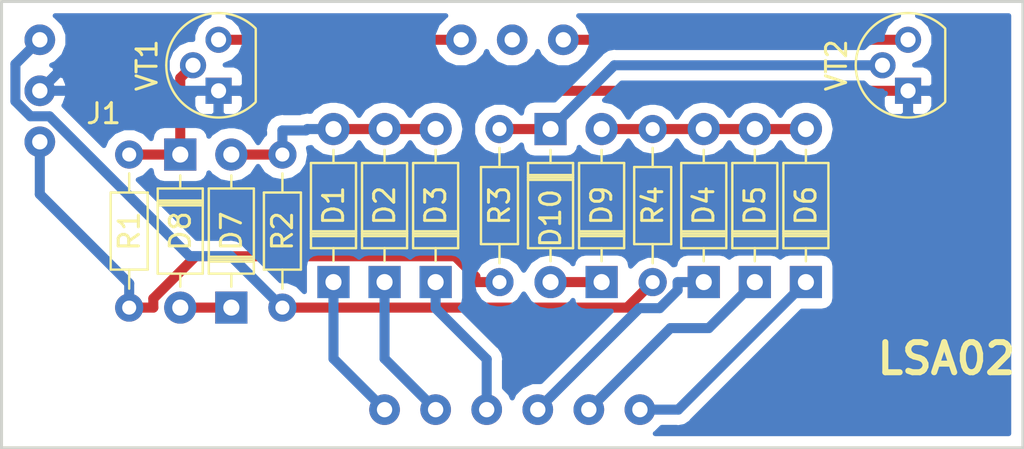
<source format=kicad_pcb>
(kicad_pcb (version 20171130) (host pcbnew "(5.0.0)")

  (general
    (thickness 1.6)
    (drawings 5)
    (tracks 59)
    (zones 0)
    (modules 17)
    (nets 19)
  )

  (page A4)
  (layers
    (0 F.Cu signal)
    (31 B.Cu signal)
    (32 B.Adhes user hide)
    (33 F.Adhes user hide)
    (34 B.Paste user hide)
    (35 F.Paste user hide)
    (36 B.SilkS user)
    (37 F.SilkS user)
    (38 B.Mask user)
    (39 F.Mask user)
    (40 Dwgs.User user hide)
    (41 Cmts.User user hide)
    (42 Eco1.User user hide)
    (43 Eco2.User user hide)
    (44 Edge.Cuts user)
    (45 Margin user)
    (46 B.CrtYd user)
    (47 F.CrtYd user)
    (48 B.Fab user hide)
    (49 F.Fab user hide)
  )

  (setup
    (last_trace_width 0.5)
    (trace_clearance 0.2)
    (zone_clearance 0.508)
    (zone_45_only no)
    (trace_min 0.2)
    (segment_width 0.2)
    (edge_width 0.15)
    (via_size 0.8)
    (via_drill 0.4)
    (via_min_size 0.4)
    (via_min_drill 0.3)
    (uvia_size 0.3)
    (uvia_drill 0.1)
    (uvias_allowed no)
    (uvia_min_size 0.2)
    (uvia_min_drill 0.1)
    (pcb_text_width 0.3)
    (pcb_text_size 1.5 1.5)
    (mod_edge_width 0.15)
    (mod_text_size 1 1)
    (mod_text_width 0.15)
    (pad_size 1.524 1.524)
    (pad_drill 0.762)
    (pad_to_mask_clearance 0.2)
    (aux_axis_origin 0 0)
    (grid_origin 95.25 57.15)
    (visible_elements 7FFDFF7F)
    (pcbplotparams
      (layerselection 0x010fc_ffffffff)
      (usegerberextensions false)
      (usegerberattributes false)
      (usegerberadvancedattributes false)
      (creategerberjobfile false)
      (excludeedgelayer true)
      (linewidth 0.100000)
      (plotframeref false)
      (viasonmask false)
      (mode 1)
      (useauxorigin false)
      (hpglpennumber 1)
      (hpglpenspeed 20)
      (hpglpendiameter 15.000000)
      (psnegative false)
      (psa4output false)
      (plotreference true)
      (plotvalue true)
      (plotinvisibletext false)
      (padsonsilk false)
      (subtractmaskfromsilk false)
      (outputformat 1)
      (mirror false)
      (drillshape 0)
      (scaleselection 1)
      (outputdirectory "Gerber/"))
  )

  (net 0 "")
  (net 1 "Net-(D1-Pad2)")
  (net 2 1)
  (net 3 2)
  (net 4 3)
  (net 5 4)
  (net 6 5)
  (net 7 "Net-(D7-Pad1)")
  (net 8 "Net-(D8-Pad1)")
  (net 9 "Net-(D10-Pad2)")
  (net 10 "Net-(D10-Pad1)")
  (net 11 13)
  (net 12 11)
  (net 13 +6v)
  (net 14 0v)
  (net 15 -6v)
  (net 16 "Net-(D4-Pad2)")
  (net 17 6)
  (net 18 12)

  (net_class Default "This is the default net class."
    (clearance 0.2)
    (trace_width 0.5)
    (via_dia 0.8)
    (via_drill 0.4)
    (uvia_dia 0.3)
    (uvia_drill 0.1)
    (add_net +6v)
    (add_net -6v)
    (add_net 0v)
    (add_net 1)
    (add_net 11)
    (add_net 12)
    (add_net 13)
    (add_net 2)
    (add_net 3)
    (add_net 4)
    (add_net 5)
    (add_net 6)
    (add_net "Net-(D1-Pad2)")
    (add_net "Net-(D10-Pad1)")
    (add_net "Net-(D10-Pad2)")
    (add_net "Net-(D4-Pad2)")
    (add_net "Net-(D7-Pad1)")
    (add_net "Net-(D8-Pad1)")
  )

  (module ELLIOTT:D_DO-35_SOD27_P7.62mm_Horizontal (layer F.Cu) (tedit 5B9AA396) (tstamp 5B9A9577)
    (at 111.76 52.07 90)
    (descr "Diode, DO-35_SOD27 series, Axial, Horizontal, pin pitch=7.62mm, , length*diameter=4*2mm^2, , http://www.diodes.com/_files/packages/DO-35.pdf")
    (tags "Diode DO-35_SOD27 series Axial Horizontal pin pitch 7.62mm  length 4mm diameter 2mm")
    (path /5B96A028)
    (fp_text reference D1 (at 3.81 0 90) (layer F.SilkS)
      (effects (font (size 1 1) (thickness 0.15)))
    )
    (fp_text value 1N4148 (at 3.81 2.12 90) (layer F.Fab)
      (effects (font (size 1 1) (thickness 0.15)))
    )
    (fp_line (start 2.41 -1) (end 2.41 1) (layer F.Fab) (width 0.1))
    (fp_line (start 2.51 -1) (end 2.51 1) (layer F.Fab) (width 0.1))
    (fp_line (start 2.31 -1) (end 2.31 1) (layer F.Fab) (width 0.1))
    (fp_line (start 1.69 -1.12) (end 1.69 1.12) (layer F.SilkS) (width 0.12))
    (fp_line (start 1.69 1.12) (end 5.93 1.12) (layer F.SilkS) (width 0.12))
    (fp_line (start 5.93 1.12) (end 5.93 -1.12) (layer F.SilkS) (width 0.12))
    (fp_line (start 5.93 -1.12) (end 1.69 -1.12) (layer F.SilkS) (width 0.12))
    (fp_line (start 1.04 0) (end 1.69 0) (layer F.SilkS) (width 0.12))
    (fp_line (start 6.58 0) (end 5.93 0) (layer F.SilkS) (width 0.12))
    (fp_line (start 2.41 -1.12) (end 2.41 1.12) (layer F.SilkS) (width 0.12))
    (fp_line (start 2.53 -1.12) (end 2.53 1.12) (layer F.SilkS) (width 0.12))
    (fp_line (start 2.29 -1.12) (end 2.29 1.12) (layer F.SilkS) (width 0.12))
    (fp_line (start -1.05 -1.25) (end -1.05 1.25) (layer F.CrtYd) (width 0.05))
    (fp_line (start -1.05 1.25) (end 8.67 1.25) (layer F.CrtYd) (width 0.05))
    (fp_line (start 8.67 1.25) (end 8.67 -1.25) (layer F.CrtYd) (width 0.05))
    (fp_line (start 8.67 -1.25) (end -1.05 -1.25) (layer F.CrtYd) (width 0.05))
    (pad 1 thru_hole rect (at 0 0 90) (size 1.6 1.6) (drill 0.8) (layers *.Cu *.Mask)
      (net 2 1))
    (pad 2 thru_hole oval (at 7.62 0 90) (size 1.6 1.6) (drill 0.8) (layers *.Cu *.Mask)
      (net 1 "Net-(D1-Pad2)"))
    (model ${KISYS3DMOD}/Diode_THT.3dshapes/D_DO-35_SOD27_P7.62mm_Horizontal.wrl
      (at (xyz 0 0 0))
      (scale (xyz 1 1 1))
      (rotate (xyz 0 0 0))
    )
  )

  (module ELLIOTT:D_DO-35_SOD27_P7.62mm_Horizontal (layer F.Cu) (tedit 5B9AA396) (tstamp 5B9A9595)
    (at 114.3 52.07 90)
    (descr "Diode, DO-35_SOD27 series, Axial, Horizontal, pin pitch=7.62mm, , length*diameter=4*2mm^2, , http://www.diodes.com/_files/packages/DO-35.pdf")
    (tags "Diode DO-35_SOD27 series Axial Horizontal pin pitch 7.62mm  length 4mm diameter 2mm")
    (path /5B96A061)
    (fp_text reference D2 (at 3.81 0 90) (layer F.SilkS)
      (effects (font (size 1 1) (thickness 0.15)))
    )
    (fp_text value 1N4148 (at 3.81 2.12 90) (layer F.Fab)
      (effects (font (size 1 1) (thickness 0.15)))
    )
    (fp_line (start 2.41 -1) (end 2.41 1) (layer F.Fab) (width 0.1))
    (fp_line (start 2.51 -1) (end 2.51 1) (layer F.Fab) (width 0.1))
    (fp_line (start 2.31 -1) (end 2.31 1) (layer F.Fab) (width 0.1))
    (fp_line (start 1.69 -1.12) (end 1.69 1.12) (layer F.SilkS) (width 0.12))
    (fp_line (start 1.69 1.12) (end 5.93 1.12) (layer F.SilkS) (width 0.12))
    (fp_line (start 5.93 1.12) (end 5.93 -1.12) (layer F.SilkS) (width 0.12))
    (fp_line (start 5.93 -1.12) (end 1.69 -1.12) (layer F.SilkS) (width 0.12))
    (fp_line (start 1.04 0) (end 1.69 0) (layer F.SilkS) (width 0.12))
    (fp_line (start 6.58 0) (end 5.93 0) (layer F.SilkS) (width 0.12))
    (fp_line (start 2.41 -1.12) (end 2.41 1.12) (layer F.SilkS) (width 0.12))
    (fp_line (start 2.53 -1.12) (end 2.53 1.12) (layer F.SilkS) (width 0.12))
    (fp_line (start 2.29 -1.12) (end 2.29 1.12) (layer F.SilkS) (width 0.12))
    (fp_line (start -1.05 -1.25) (end -1.05 1.25) (layer F.CrtYd) (width 0.05))
    (fp_line (start -1.05 1.25) (end 8.67 1.25) (layer F.CrtYd) (width 0.05))
    (fp_line (start 8.67 1.25) (end 8.67 -1.25) (layer F.CrtYd) (width 0.05))
    (fp_line (start 8.67 -1.25) (end -1.05 -1.25) (layer F.CrtYd) (width 0.05))
    (pad 1 thru_hole rect (at 0 0 90) (size 1.6 1.6) (drill 0.8) (layers *.Cu *.Mask)
      (net 3 2))
    (pad 2 thru_hole oval (at 7.62 0 90) (size 1.6 1.6) (drill 0.8) (layers *.Cu *.Mask)
      (net 1 "Net-(D1-Pad2)"))
    (model ${KISYS3DMOD}/Diode_THT.3dshapes/D_DO-35_SOD27_P7.62mm_Horizontal.wrl
      (at (xyz 0 0 0))
      (scale (xyz 1 1 1))
      (rotate (xyz 0 0 0))
    )
  )

  (module ELLIOTT:D_DO-35_SOD27_P7.62mm_Horizontal (layer F.Cu) (tedit 5B9AA396) (tstamp 5B9A95B3)
    (at 116.84 52.07 90)
    (descr "Diode, DO-35_SOD27 series, Axial, Horizontal, pin pitch=7.62mm, , length*diameter=4*2mm^2, , http://www.diodes.com/_files/packages/DO-35.pdf")
    (tags "Diode DO-35_SOD27 series Axial Horizontal pin pitch 7.62mm  length 4mm diameter 2mm")
    (path /5B9B0126)
    (fp_text reference D3 (at 3.81 0 90) (layer F.SilkS)
      (effects (font (size 1 1) (thickness 0.15)))
    )
    (fp_text value 1N4148 (at 3.81 2.12 90) (layer F.Fab)
      (effects (font (size 1 1) (thickness 0.15)))
    )
    (fp_line (start 2.41 -1) (end 2.41 1) (layer F.Fab) (width 0.1))
    (fp_line (start 2.51 -1) (end 2.51 1) (layer F.Fab) (width 0.1))
    (fp_line (start 2.31 -1) (end 2.31 1) (layer F.Fab) (width 0.1))
    (fp_line (start 1.69 -1.12) (end 1.69 1.12) (layer F.SilkS) (width 0.12))
    (fp_line (start 1.69 1.12) (end 5.93 1.12) (layer F.SilkS) (width 0.12))
    (fp_line (start 5.93 1.12) (end 5.93 -1.12) (layer F.SilkS) (width 0.12))
    (fp_line (start 5.93 -1.12) (end 1.69 -1.12) (layer F.SilkS) (width 0.12))
    (fp_line (start 1.04 0) (end 1.69 0) (layer F.SilkS) (width 0.12))
    (fp_line (start 6.58 0) (end 5.93 0) (layer F.SilkS) (width 0.12))
    (fp_line (start 2.41 -1.12) (end 2.41 1.12) (layer F.SilkS) (width 0.12))
    (fp_line (start 2.53 -1.12) (end 2.53 1.12) (layer F.SilkS) (width 0.12))
    (fp_line (start 2.29 -1.12) (end 2.29 1.12) (layer F.SilkS) (width 0.12))
    (fp_line (start -1.05 -1.25) (end -1.05 1.25) (layer F.CrtYd) (width 0.05))
    (fp_line (start -1.05 1.25) (end 8.67 1.25) (layer F.CrtYd) (width 0.05))
    (fp_line (start 8.67 1.25) (end 8.67 -1.25) (layer F.CrtYd) (width 0.05))
    (fp_line (start 8.67 -1.25) (end -1.05 -1.25) (layer F.CrtYd) (width 0.05))
    (pad 1 thru_hole rect (at 0 0 90) (size 1.6 1.6) (drill 0.8) (layers *.Cu *.Mask)
      (net 4 3))
    (pad 2 thru_hole oval (at 7.62 0 90) (size 1.6 1.6) (drill 0.8) (layers *.Cu *.Mask)
      (net 1 "Net-(D1-Pad2)"))
    (model ${KISYS3DMOD}/Diode_THT.3dshapes/D_DO-35_SOD27_P7.62mm_Horizontal.wrl
      (at (xyz 0 0 0))
      (scale (xyz 1 1 1))
      (rotate (xyz 0 0 0))
    )
  )

  (module ELLIOTT:D_DO-35_SOD27_P7.62mm_Horizontal (layer F.Cu) (tedit 5B9AA396) (tstamp 5B9AA01E)
    (at 130.175 52.07 90)
    (descr "Diode, DO-35_SOD27 series, Axial, Horizontal, pin pitch=7.62mm, , length*diameter=4*2mm^2, , http://www.diodes.com/_files/packages/DO-35.pdf")
    (tags "Diode DO-35_SOD27 series Axial Horizontal pin pitch 7.62mm  length 4mm diameter 2mm")
    (path /5B96AD4B)
    (fp_text reference D4 (at 3.81 0 90) (layer F.SilkS)
      (effects (font (size 1 1) (thickness 0.15)))
    )
    (fp_text value 1N4148 (at 3.81 2.12 90) (layer F.Fab)
      (effects (font (size 1 1) (thickness 0.15)))
    )
    (fp_line (start 2.41 -1) (end 2.41 1) (layer F.Fab) (width 0.1))
    (fp_line (start 2.51 -1) (end 2.51 1) (layer F.Fab) (width 0.1))
    (fp_line (start 2.31 -1) (end 2.31 1) (layer F.Fab) (width 0.1))
    (fp_line (start 1.69 -1.12) (end 1.69 1.12) (layer F.SilkS) (width 0.12))
    (fp_line (start 1.69 1.12) (end 5.93 1.12) (layer F.SilkS) (width 0.12))
    (fp_line (start 5.93 1.12) (end 5.93 -1.12) (layer F.SilkS) (width 0.12))
    (fp_line (start 5.93 -1.12) (end 1.69 -1.12) (layer F.SilkS) (width 0.12))
    (fp_line (start 1.04 0) (end 1.69 0) (layer F.SilkS) (width 0.12))
    (fp_line (start 6.58 0) (end 5.93 0) (layer F.SilkS) (width 0.12))
    (fp_line (start 2.41 -1.12) (end 2.41 1.12) (layer F.SilkS) (width 0.12))
    (fp_line (start 2.53 -1.12) (end 2.53 1.12) (layer F.SilkS) (width 0.12))
    (fp_line (start 2.29 -1.12) (end 2.29 1.12) (layer F.SilkS) (width 0.12))
    (fp_line (start -1.05 -1.25) (end -1.05 1.25) (layer F.CrtYd) (width 0.05))
    (fp_line (start -1.05 1.25) (end 8.67 1.25) (layer F.CrtYd) (width 0.05))
    (fp_line (start 8.67 1.25) (end 8.67 -1.25) (layer F.CrtYd) (width 0.05))
    (fp_line (start 8.67 -1.25) (end -1.05 -1.25) (layer F.CrtYd) (width 0.05))
    (pad 1 thru_hole rect (at 0 0 90) (size 1.6 1.6) (drill 0.8) (layers *.Cu *.Mask)
      (net 5 4))
    (pad 2 thru_hole oval (at 7.62 0 90) (size 1.6 1.6) (drill 0.8) (layers *.Cu *.Mask)
      (net 16 "Net-(D4-Pad2)"))
    (model ${KISYS3DMOD}/Diode_THT.3dshapes/D_DO-35_SOD27_P7.62mm_Horizontal.wrl
      (at (xyz 0 0 0))
      (scale (xyz 1 1 1))
      (rotate (xyz 0 0 0))
    )
  )

  (module ELLIOTT:D_DO-35_SOD27_P7.62mm_Horizontal (layer F.Cu) (tedit 5B9AA396) (tstamp 5B9A95EF)
    (at 132.715 52.07 90)
    (descr "Diode, DO-35_SOD27 series, Axial, Horizontal, pin pitch=7.62mm, , length*diameter=4*2mm^2, , http://www.diodes.com/_files/packages/DO-35.pdf")
    (tags "Diode DO-35_SOD27 series Axial Horizontal pin pitch 7.62mm  length 4mm diameter 2mm")
    (path /5B96AD51)
    (fp_text reference D5 (at 3.81 0 90) (layer F.SilkS)
      (effects (font (size 1 1) (thickness 0.15)))
    )
    (fp_text value 1N4148 (at 3.81 2.12 90) (layer F.Fab)
      (effects (font (size 1 1) (thickness 0.15)))
    )
    (fp_line (start 2.41 -1) (end 2.41 1) (layer F.Fab) (width 0.1))
    (fp_line (start 2.51 -1) (end 2.51 1) (layer F.Fab) (width 0.1))
    (fp_line (start 2.31 -1) (end 2.31 1) (layer F.Fab) (width 0.1))
    (fp_line (start 1.69 -1.12) (end 1.69 1.12) (layer F.SilkS) (width 0.12))
    (fp_line (start 1.69 1.12) (end 5.93 1.12) (layer F.SilkS) (width 0.12))
    (fp_line (start 5.93 1.12) (end 5.93 -1.12) (layer F.SilkS) (width 0.12))
    (fp_line (start 5.93 -1.12) (end 1.69 -1.12) (layer F.SilkS) (width 0.12))
    (fp_line (start 1.04 0) (end 1.69 0) (layer F.SilkS) (width 0.12))
    (fp_line (start 6.58 0) (end 5.93 0) (layer F.SilkS) (width 0.12))
    (fp_line (start 2.41 -1.12) (end 2.41 1.12) (layer F.SilkS) (width 0.12))
    (fp_line (start 2.53 -1.12) (end 2.53 1.12) (layer F.SilkS) (width 0.12))
    (fp_line (start 2.29 -1.12) (end 2.29 1.12) (layer F.SilkS) (width 0.12))
    (fp_line (start -1.05 -1.25) (end -1.05 1.25) (layer F.CrtYd) (width 0.05))
    (fp_line (start -1.05 1.25) (end 8.67 1.25) (layer F.CrtYd) (width 0.05))
    (fp_line (start 8.67 1.25) (end 8.67 -1.25) (layer F.CrtYd) (width 0.05))
    (fp_line (start 8.67 -1.25) (end -1.05 -1.25) (layer F.CrtYd) (width 0.05))
    (pad 1 thru_hole rect (at 0 0 90) (size 1.6 1.6) (drill 0.8) (layers *.Cu *.Mask)
      (net 6 5))
    (pad 2 thru_hole oval (at 7.62 0 90) (size 1.6 1.6) (drill 0.8) (layers *.Cu *.Mask)
      (net 16 "Net-(D4-Pad2)"))
    (model ${KISYS3DMOD}/Diode_THT.3dshapes/D_DO-35_SOD27_P7.62mm_Horizontal.wrl
      (at (xyz 0 0 0))
      (scale (xyz 1 1 1))
      (rotate (xyz 0 0 0))
    )
  )

  (module ELLIOTT:D_DO-35_SOD27_P7.62mm_Horizontal (layer F.Cu) (tedit 5B9AA396) (tstamp 5B9A960D)
    (at 135.255 52.07 90)
    (descr "Diode, DO-35_SOD27 series, Axial, Horizontal, pin pitch=7.62mm, , length*diameter=4*2mm^2, , http://www.diodes.com/_files/packages/DO-35.pdf")
    (tags "Diode DO-35_SOD27 series Axial Horizontal pin pitch 7.62mm  length 4mm diameter 2mm")
    (path /5B9B022A)
    (fp_text reference D6 (at 3.81 0 90) (layer F.SilkS)
      (effects (font (size 1 1) (thickness 0.15)))
    )
    (fp_text value 1N4148 (at 3.81 2.12 90) (layer F.Fab)
      (effects (font (size 1 1) (thickness 0.15)))
    )
    (fp_line (start 2.41 -1) (end 2.41 1) (layer F.Fab) (width 0.1))
    (fp_line (start 2.51 -1) (end 2.51 1) (layer F.Fab) (width 0.1))
    (fp_line (start 2.31 -1) (end 2.31 1) (layer F.Fab) (width 0.1))
    (fp_line (start 1.69 -1.12) (end 1.69 1.12) (layer F.SilkS) (width 0.12))
    (fp_line (start 1.69 1.12) (end 5.93 1.12) (layer F.SilkS) (width 0.12))
    (fp_line (start 5.93 1.12) (end 5.93 -1.12) (layer F.SilkS) (width 0.12))
    (fp_line (start 5.93 -1.12) (end 1.69 -1.12) (layer F.SilkS) (width 0.12))
    (fp_line (start 1.04 0) (end 1.69 0) (layer F.SilkS) (width 0.12))
    (fp_line (start 6.58 0) (end 5.93 0) (layer F.SilkS) (width 0.12))
    (fp_line (start 2.41 -1.12) (end 2.41 1.12) (layer F.SilkS) (width 0.12))
    (fp_line (start 2.53 -1.12) (end 2.53 1.12) (layer F.SilkS) (width 0.12))
    (fp_line (start 2.29 -1.12) (end 2.29 1.12) (layer F.SilkS) (width 0.12))
    (fp_line (start -1.05 -1.25) (end -1.05 1.25) (layer F.CrtYd) (width 0.05))
    (fp_line (start -1.05 1.25) (end 8.67 1.25) (layer F.CrtYd) (width 0.05))
    (fp_line (start 8.67 1.25) (end 8.67 -1.25) (layer F.CrtYd) (width 0.05))
    (fp_line (start 8.67 -1.25) (end -1.05 -1.25) (layer F.CrtYd) (width 0.05))
    (pad 1 thru_hole rect (at 0 0 90) (size 1.6 1.6) (drill 0.8) (layers *.Cu *.Mask)
      (net 17 6))
    (pad 2 thru_hole oval (at 7.62 0 90) (size 1.6 1.6) (drill 0.8) (layers *.Cu *.Mask)
      (net 16 "Net-(D4-Pad2)"))
    (model ${KISYS3DMOD}/Diode_THT.3dshapes/D_DO-35_SOD27_P7.62mm_Horizontal.wrl
      (at (xyz 0 0 0))
      (scale (xyz 1 1 1))
      (rotate (xyz 0 0 0))
    )
  )

  (module ELLIOTT:D_DO-35_SOD27_P7.62mm_Horizontal (layer F.Cu) (tedit 5B9AA396) (tstamp 5B9A962B)
    (at 106.68 53.34 90)
    (descr "Diode, DO-35_SOD27 series, Axial, Horizontal, pin pitch=7.62mm, , length*diameter=4*2mm^2, , http://www.diodes.com/_files/packages/DO-35.pdf")
    (tags "Diode DO-35_SOD27 series Axial Horizontal pin pitch 7.62mm  length 4mm diameter 2mm")
    (path /5B96A1C7)
    (fp_text reference D7 (at 3.81 0 90) (layer F.SilkS)
      (effects (font (size 1 1) (thickness 0.15)))
    )
    (fp_text value 1N4148 (at 3.81 2.12 90) (layer F.Fab)
      (effects (font (size 1 1) (thickness 0.15)))
    )
    (fp_line (start 2.41 -1) (end 2.41 1) (layer F.Fab) (width 0.1))
    (fp_line (start 2.51 -1) (end 2.51 1) (layer F.Fab) (width 0.1))
    (fp_line (start 2.31 -1) (end 2.31 1) (layer F.Fab) (width 0.1))
    (fp_line (start 1.69 -1.12) (end 1.69 1.12) (layer F.SilkS) (width 0.12))
    (fp_line (start 1.69 1.12) (end 5.93 1.12) (layer F.SilkS) (width 0.12))
    (fp_line (start 5.93 1.12) (end 5.93 -1.12) (layer F.SilkS) (width 0.12))
    (fp_line (start 5.93 -1.12) (end 1.69 -1.12) (layer F.SilkS) (width 0.12))
    (fp_line (start 1.04 0) (end 1.69 0) (layer F.SilkS) (width 0.12))
    (fp_line (start 6.58 0) (end 5.93 0) (layer F.SilkS) (width 0.12))
    (fp_line (start 2.41 -1.12) (end 2.41 1.12) (layer F.SilkS) (width 0.12))
    (fp_line (start 2.53 -1.12) (end 2.53 1.12) (layer F.SilkS) (width 0.12))
    (fp_line (start 2.29 -1.12) (end 2.29 1.12) (layer F.SilkS) (width 0.12))
    (fp_line (start -1.05 -1.25) (end -1.05 1.25) (layer F.CrtYd) (width 0.05))
    (fp_line (start -1.05 1.25) (end 8.67 1.25) (layer F.CrtYd) (width 0.05))
    (fp_line (start 8.67 1.25) (end 8.67 -1.25) (layer F.CrtYd) (width 0.05))
    (fp_line (start 8.67 -1.25) (end -1.05 -1.25) (layer F.CrtYd) (width 0.05))
    (pad 1 thru_hole rect (at 0 0 90) (size 1.6 1.6) (drill 0.8) (layers *.Cu *.Mask)
      (net 7 "Net-(D7-Pad1)"))
    (pad 2 thru_hole oval (at 7.62 0 90) (size 1.6 1.6) (drill 0.8) (layers *.Cu *.Mask)
      (net 1 "Net-(D1-Pad2)"))
    (model ${KISYS3DMOD}/Diode_THT.3dshapes/D_DO-35_SOD27_P7.62mm_Horizontal.wrl
      (at (xyz 0 0 0))
      (scale (xyz 1 1 1))
      (rotate (xyz 0 0 0))
    )
  )

  (module ELLIOTT:D_DO-35_SOD27_P7.62mm_Horizontal (layer F.Cu) (tedit 5B9AA396) (tstamp 5B9A9649)
    (at 104.14 45.72 270)
    (descr "Diode, DO-35_SOD27 series, Axial, Horizontal, pin pitch=7.62mm, , length*diameter=4*2mm^2, , http://www.diodes.com/_files/packages/DO-35.pdf")
    (tags "Diode DO-35_SOD27 series Axial Horizontal pin pitch 7.62mm  length 4mm diameter 2mm")
    (path /5B96A1FD)
    (fp_text reference D8 (at 3.81 0 270) (layer F.SilkS)
      (effects (font (size 1 1) (thickness 0.15)))
    )
    (fp_text value 1N4148 (at 3.81 2.12 270) (layer F.Fab)
      (effects (font (size 1 1) (thickness 0.15)))
    )
    (fp_line (start 2.41 -1) (end 2.41 1) (layer F.Fab) (width 0.1))
    (fp_line (start 2.51 -1) (end 2.51 1) (layer F.Fab) (width 0.1))
    (fp_line (start 2.31 -1) (end 2.31 1) (layer F.Fab) (width 0.1))
    (fp_line (start 1.69 -1.12) (end 1.69 1.12) (layer F.SilkS) (width 0.12))
    (fp_line (start 1.69 1.12) (end 5.93 1.12) (layer F.SilkS) (width 0.12))
    (fp_line (start 5.93 1.12) (end 5.93 -1.12) (layer F.SilkS) (width 0.12))
    (fp_line (start 5.93 -1.12) (end 1.69 -1.12) (layer F.SilkS) (width 0.12))
    (fp_line (start 1.04 0) (end 1.69 0) (layer F.SilkS) (width 0.12))
    (fp_line (start 6.58 0) (end 5.93 0) (layer F.SilkS) (width 0.12))
    (fp_line (start 2.41 -1.12) (end 2.41 1.12) (layer F.SilkS) (width 0.12))
    (fp_line (start 2.53 -1.12) (end 2.53 1.12) (layer F.SilkS) (width 0.12))
    (fp_line (start 2.29 -1.12) (end 2.29 1.12) (layer F.SilkS) (width 0.12))
    (fp_line (start -1.05 -1.25) (end -1.05 1.25) (layer F.CrtYd) (width 0.05))
    (fp_line (start -1.05 1.25) (end 8.67 1.25) (layer F.CrtYd) (width 0.05))
    (fp_line (start 8.67 1.25) (end 8.67 -1.25) (layer F.CrtYd) (width 0.05))
    (fp_line (start 8.67 -1.25) (end -1.05 -1.25) (layer F.CrtYd) (width 0.05))
    (pad 1 thru_hole rect (at 0 0 270) (size 1.6 1.6) (drill 0.8) (layers *.Cu *.Mask)
      (net 8 "Net-(D8-Pad1)"))
    (pad 2 thru_hole oval (at 7.62 0 270) (size 1.6 1.6) (drill 0.8) (layers *.Cu *.Mask)
      (net 7 "Net-(D7-Pad1)"))
    (model ${KISYS3DMOD}/Diode_THT.3dshapes/D_DO-35_SOD27_P7.62mm_Horizontal.wrl
      (at (xyz 0 0 0))
      (scale (xyz 1 1 1))
      (rotate (xyz 0 0 0))
    )
  )

  (module ELLIOTT:D_DO-35_SOD27_P7.62mm_Horizontal (layer F.Cu) (tedit 5B9AA396) (tstamp 5B9A9667)
    (at 125.095 52.07 90)
    (descr "Diode, DO-35_SOD27 series, Axial, Horizontal, pin pitch=7.62mm, , length*diameter=4*2mm^2, , http://www.diodes.com/_files/packages/DO-35.pdf")
    (tags "Diode DO-35_SOD27 series Axial Horizontal pin pitch 7.62mm  length 4mm diameter 2mm")
    (path /5B96AD63)
    (fp_text reference D9 (at 3.81 0 90) (layer F.SilkS)
      (effects (font (size 1 1) (thickness 0.15)))
    )
    (fp_text value 1N4148 (at 3.81 2.12 90) (layer F.Fab)
      (effects (font (size 1 1) (thickness 0.15)))
    )
    (fp_line (start 2.41 -1) (end 2.41 1) (layer F.Fab) (width 0.1))
    (fp_line (start 2.51 -1) (end 2.51 1) (layer F.Fab) (width 0.1))
    (fp_line (start 2.31 -1) (end 2.31 1) (layer F.Fab) (width 0.1))
    (fp_line (start 1.69 -1.12) (end 1.69 1.12) (layer F.SilkS) (width 0.12))
    (fp_line (start 1.69 1.12) (end 5.93 1.12) (layer F.SilkS) (width 0.12))
    (fp_line (start 5.93 1.12) (end 5.93 -1.12) (layer F.SilkS) (width 0.12))
    (fp_line (start 5.93 -1.12) (end 1.69 -1.12) (layer F.SilkS) (width 0.12))
    (fp_line (start 1.04 0) (end 1.69 0) (layer F.SilkS) (width 0.12))
    (fp_line (start 6.58 0) (end 5.93 0) (layer F.SilkS) (width 0.12))
    (fp_line (start 2.41 -1.12) (end 2.41 1.12) (layer F.SilkS) (width 0.12))
    (fp_line (start 2.53 -1.12) (end 2.53 1.12) (layer F.SilkS) (width 0.12))
    (fp_line (start 2.29 -1.12) (end 2.29 1.12) (layer F.SilkS) (width 0.12))
    (fp_line (start -1.05 -1.25) (end -1.05 1.25) (layer F.CrtYd) (width 0.05))
    (fp_line (start -1.05 1.25) (end 8.67 1.25) (layer F.CrtYd) (width 0.05))
    (fp_line (start 8.67 1.25) (end 8.67 -1.25) (layer F.CrtYd) (width 0.05))
    (fp_line (start 8.67 -1.25) (end -1.05 -1.25) (layer F.CrtYd) (width 0.05))
    (pad 1 thru_hole rect (at 0 0 90) (size 1.6 1.6) (drill 0.8) (layers *.Cu *.Mask)
      (net 9 "Net-(D10-Pad2)"))
    (pad 2 thru_hole oval (at 7.62 0 90) (size 1.6 1.6) (drill 0.8) (layers *.Cu *.Mask)
      (net 16 "Net-(D4-Pad2)"))
    (model ${KISYS3DMOD}/Diode_THT.3dshapes/D_DO-35_SOD27_P7.62mm_Horizontal.wrl
      (at (xyz 0 0 0))
      (scale (xyz 1 1 1))
      (rotate (xyz 0 0 0))
    )
  )

  (module ELLIOTT:D_DO-35_SOD27_P7.62mm_Horizontal (layer F.Cu) (tedit 5B9AA396) (tstamp 5B9A9685)
    (at 122.555 44.45 270)
    (descr "Diode, DO-35_SOD27 series, Axial, Horizontal, pin pitch=7.62mm, , length*diameter=4*2mm^2, , http://www.diodes.com/_files/packages/DO-35.pdf")
    (tags "Diode DO-35_SOD27 series Axial Horizontal pin pitch 7.62mm  length 4mm diameter 2mm")
    (path /5B96AD69)
    (fp_text reference D10 (at 4.445 0 270) (layer F.SilkS)
      (effects (font (size 1 1) (thickness 0.15)))
    )
    (fp_text value 1N4148 (at 3.81 2.12 270) (layer F.Fab)
      (effects (font (size 1 1) (thickness 0.15)))
    )
    (fp_line (start 2.41 -1) (end 2.41 1) (layer F.Fab) (width 0.1))
    (fp_line (start 2.51 -1) (end 2.51 1) (layer F.Fab) (width 0.1))
    (fp_line (start 2.31 -1) (end 2.31 1) (layer F.Fab) (width 0.1))
    (fp_line (start 1.69 -1.12) (end 1.69 1.12) (layer F.SilkS) (width 0.12))
    (fp_line (start 1.69 1.12) (end 5.93 1.12) (layer F.SilkS) (width 0.12))
    (fp_line (start 5.93 1.12) (end 5.93 -1.12) (layer F.SilkS) (width 0.12))
    (fp_line (start 5.93 -1.12) (end 1.69 -1.12) (layer F.SilkS) (width 0.12))
    (fp_line (start 1.04 0) (end 1.69 0) (layer F.SilkS) (width 0.12))
    (fp_line (start 6.58 0) (end 5.93 0) (layer F.SilkS) (width 0.12))
    (fp_line (start 2.41 -1.12) (end 2.41 1.12) (layer F.SilkS) (width 0.12))
    (fp_line (start 2.53 -1.12) (end 2.53 1.12) (layer F.SilkS) (width 0.12))
    (fp_line (start 2.29 -1.12) (end 2.29 1.12) (layer F.SilkS) (width 0.12))
    (fp_line (start -1.05 -1.25) (end -1.05 1.25) (layer F.CrtYd) (width 0.05))
    (fp_line (start -1.05 1.25) (end 8.67 1.25) (layer F.CrtYd) (width 0.05))
    (fp_line (start 8.67 1.25) (end 8.67 -1.25) (layer F.CrtYd) (width 0.05))
    (fp_line (start 8.67 -1.25) (end -1.05 -1.25) (layer F.CrtYd) (width 0.05))
    (pad 1 thru_hole rect (at 0 0 270) (size 1.6 1.6) (drill 0.8) (layers *.Cu *.Mask)
      (net 10 "Net-(D10-Pad1)"))
    (pad 2 thru_hole oval (at 7.62 0 270) (size 1.6 1.6) (drill 0.8) (layers *.Cu *.Mask)
      (net 9 "Net-(D10-Pad2)"))
    (model ${KISYS3DMOD}/Diode_THT.3dshapes/D_DO-35_SOD27_P7.62mm_Horizontal.wrl
      (at (xyz 0 0 0))
      (scale (xyz 1 1 1))
      (rotate (xyz 0 0 0))
    )
  )

  (module ELLIOTT:R_Axial_DIN0204_L3.6mm_D1.6mm_P7.62mm_Horizontal (layer F.Cu) (tedit 5B9AA3EA) (tstamp 5B9A9724)
    (at 101.6 45.72 270)
    (descr "Resistor, Axial_DIN0204 series, Axial, Horizontal, pin pitch=7.62mm, 0.167W, length*diameter=3.6*1.6mm^2, http://cdn-reichelt.de/documents/datenblatt/B400/1_4W%23YAG.pdf")
    (tags "Resistor Axial_DIN0204 series Axial Horizontal pin pitch 7.62mm 0.167W length 3.6mm diameter 1.6mm")
    (path /5B96A17E)
    (fp_text reference R1 (at 3.81 0 270) (layer F.SilkS)
      (effects (font (size 1 1) (thickness 0.15)))
    )
    (fp_text value 22k (at 3.81 1.92 270) (layer F.Fab)
      (effects (font (size 1 1) (thickness 0.15)))
    )
    (fp_line (start 1.89 -0.92) (end 1.89 0.92) (layer F.SilkS) (width 0.12))
    (fp_line (start 1.89 0.92) (end 5.73 0.92) (layer F.SilkS) (width 0.12))
    (fp_line (start 5.73 0.92) (end 5.73 -0.92) (layer F.SilkS) (width 0.12))
    (fp_line (start 5.73 -0.92) (end 1.89 -0.92) (layer F.SilkS) (width 0.12))
    (fp_line (start 0.94 0) (end 1.89 0) (layer F.SilkS) (width 0.12))
    (fp_line (start 6.68 0) (end 5.73 0) (layer F.SilkS) (width 0.12))
    (fp_line (start -1.05 -1.25) (end -1.05 1.25) (layer F.CrtYd) (width 0.05))
    (fp_line (start -1.05 1.25) (end 8.67 1.25) (layer F.CrtYd) (width 0.05))
    (fp_line (start 8.67 1.25) (end 8.67 -1.25) (layer F.CrtYd) (width 0.05))
    (fp_line (start 8.67 -1.25) (end -1.05 -1.25) (layer F.CrtYd) (width 0.05))
    (pad 1 thru_hole circle (at 0 0 270) (size 1.4 1.4) (drill 0.7) (layers *.Cu *.Mask)
      (net 8 "Net-(D8-Pad1)"))
    (pad 2 thru_hole oval (at 7.62 0 270) (size 1.4 1.4) (drill 0.7) (layers *.Cu *.Mask)
      (net 15 -6v))
    (model ${KISYS3DMOD}/Resistor_THT.3dshapes/R_Axial_DIN0204_L3.6mm_D1.6mm_P7.62mm_Horizontal.wrl
      (at (xyz 0 0 0))
      (scale (xyz 1 1 1))
      (rotate (xyz 0 0 0))
    )
  )

  (module ELLIOTT:R_Axial_DIN0204_L3.6mm_D1.6mm_P7.62mm_Horizontal (layer F.Cu) (tedit 5B9AA3EA) (tstamp 5B9A973A)
    (at 109.22 53.34 90)
    (descr "Resistor, Axial_DIN0204 series, Axial, Horizontal, pin pitch=7.62mm, 0.167W, length*diameter=3.6*1.6mm^2, http://cdn-reichelt.de/documents/datenblatt/B400/1_4W%23YAG.pdf")
    (tags "Resistor Axial_DIN0204 series Axial Horizontal pin pitch 7.62mm 0.167W length 3.6mm diameter 1.6mm")
    (path /5B96A14D)
    (fp_text reference R2 (at 3.81 0 90) (layer F.SilkS)
      (effects (font (size 1 1) (thickness 0.15)))
    )
    (fp_text value 2.2k (at 3.81 1.92 90) (layer F.Fab)
      (effects (font (size 1 1) (thickness 0.15)))
    )
    (fp_line (start 1.89 -0.92) (end 1.89 0.92) (layer F.SilkS) (width 0.12))
    (fp_line (start 1.89 0.92) (end 5.73 0.92) (layer F.SilkS) (width 0.12))
    (fp_line (start 5.73 0.92) (end 5.73 -0.92) (layer F.SilkS) (width 0.12))
    (fp_line (start 5.73 -0.92) (end 1.89 -0.92) (layer F.SilkS) (width 0.12))
    (fp_line (start 0.94 0) (end 1.89 0) (layer F.SilkS) (width 0.12))
    (fp_line (start 6.68 0) (end 5.73 0) (layer F.SilkS) (width 0.12))
    (fp_line (start -1.05 -1.25) (end -1.05 1.25) (layer F.CrtYd) (width 0.05))
    (fp_line (start -1.05 1.25) (end 8.67 1.25) (layer F.CrtYd) (width 0.05))
    (fp_line (start 8.67 1.25) (end 8.67 -1.25) (layer F.CrtYd) (width 0.05))
    (fp_line (start 8.67 -1.25) (end -1.05 -1.25) (layer F.CrtYd) (width 0.05))
    (pad 1 thru_hole circle (at 0 0 90) (size 1.4 1.4) (drill 0.7) (layers *.Cu *.Mask)
      (net 13 +6v))
    (pad 2 thru_hole oval (at 7.62 0 90) (size 1.4 1.4) (drill 0.7) (layers *.Cu *.Mask)
      (net 1 "Net-(D1-Pad2)"))
    (model ${KISYS3DMOD}/Resistor_THT.3dshapes/R_Axial_DIN0204_L3.6mm_D1.6mm_P7.62mm_Horizontal.wrl
      (at (xyz 0 0 0))
      (scale (xyz 1 1 1))
      (rotate (xyz 0 0 0))
    )
  )

  (module ELLIOTT:R_Axial_DIN0204_L3.6mm_D1.6mm_P7.62mm_Horizontal (layer F.Cu) (tedit 5B9AA3EA) (tstamp 5B9A9750)
    (at 120.015 44.45 270)
    (descr "Resistor, Axial_DIN0204 series, Axial, Horizontal, pin pitch=7.62mm, 0.167W, length*diameter=3.6*1.6mm^2, http://cdn-reichelt.de/documents/datenblatt/B400/1_4W%23YAG.pdf")
    (tags "Resistor Axial_DIN0204 series Axial Horizontal pin pitch 7.62mm 0.167W length 3.6mm diameter 1.6mm")
    (path /5B96AD5D)
    (fp_text reference R3 (at 3.81 0 270) (layer F.SilkS)
      (effects (font (size 1 1) (thickness 0.15)))
    )
    (fp_text value 22k (at 3.81 1.92 270) (layer F.Fab)
      (effects (font (size 1 1) (thickness 0.15)))
    )
    (fp_line (start 1.89 -0.92) (end 1.89 0.92) (layer F.SilkS) (width 0.12))
    (fp_line (start 1.89 0.92) (end 5.73 0.92) (layer F.SilkS) (width 0.12))
    (fp_line (start 5.73 0.92) (end 5.73 -0.92) (layer F.SilkS) (width 0.12))
    (fp_line (start 5.73 -0.92) (end 1.89 -0.92) (layer F.SilkS) (width 0.12))
    (fp_line (start 0.94 0) (end 1.89 0) (layer F.SilkS) (width 0.12))
    (fp_line (start 6.68 0) (end 5.73 0) (layer F.SilkS) (width 0.12))
    (fp_line (start -1.05 -1.25) (end -1.05 1.25) (layer F.CrtYd) (width 0.05))
    (fp_line (start -1.05 1.25) (end 8.67 1.25) (layer F.CrtYd) (width 0.05))
    (fp_line (start 8.67 1.25) (end 8.67 -1.25) (layer F.CrtYd) (width 0.05))
    (fp_line (start 8.67 -1.25) (end -1.05 -1.25) (layer F.CrtYd) (width 0.05))
    (pad 1 thru_hole circle (at 0 0 270) (size 1.4 1.4) (drill 0.7) (layers *.Cu *.Mask)
      (net 10 "Net-(D10-Pad1)"))
    (pad 2 thru_hole oval (at 7.62 0 270) (size 1.4 1.4) (drill 0.7) (layers *.Cu *.Mask)
      (net 15 -6v))
    (model ${KISYS3DMOD}/Resistor_THT.3dshapes/R_Axial_DIN0204_L3.6mm_D1.6mm_P7.62mm_Horizontal.wrl
      (at (xyz 0 0 0))
      (scale (xyz 1 1 1))
      (rotate (xyz 0 0 0))
    )
  )

  (module ELLIOTT:R_Axial_DIN0204_L3.6mm_D1.6mm_P7.62mm_Horizontal (layer F.Cu) (tedit 5B9AA3EA) (tstamp 5B9A9766)
    (at 127.635 52.07 90)
    (descr "Resistor, Axial_DIN0204 series, Axial, Horizontal, pin pitch=7.62mm, 0.167W, length*diameter=3.6*1.6mm^2, http://cdn-reichelt.de/documents/datenblatt/B400/1_4W%23YAG.pdf")
    (tags "Resistor Axial_DIN0204 series Axial Horizontal pin pitch 7.62mm 0.167W length 3.6mm diameter 1.6mm")
    (path /5B96AD57)
    (fp_text reference R4 (at 3.81 0 90) (layer F.SilkS)
      (effects (font (size 1 1) (thickness 0.15)))
    )
    (fp_text value 2.2k (at 3.81 1.92 90) (layer F.Fab)
      (effects (font (size 1 1) (thickness 0.15)))
    )
    (fp_line (start 1.89 -0.92) (end 1.89 0.92) (layer F.SilkS) (width 0.12))
    (fp_line (start 1.89 0.92) (end 5.73 0.92) (layer F.SilkS) (width 0.12))
    (fp_line (start 5.73 0.92) (end 5.73 -0.92) (layer F.SilkS) (width 0.12))
    (fp_line (start 5.73 -0.92) (end 1.89 -0.92) (layer F.SilkS) (width 0.12))
    (fp_line (start 0.94 0) (end 1.89 0) (layer F.SilkS) (width 0.12))
    (fp_line (start 6.68 0) (end 5.73 0) (layer F.SilkS) (width 0.12))
    (fp_line (start -1.05 -1.25) (end -1.05 1.25) (layer F.CrtYd) (width 0.05))
    (fp_line (start -1.05 1.25) (end 8.67 1.25) (layer F.CrtYd) (width 0.05))
    (fp_line (start 8.67 1.25) (end 8.67 -1.25) (layer F.CrtYd) (width 0.05))
    (fp_line (start 8.67 -1.25) (end -1.05 -1.25) (layer F.CrtYd) (width 0.05))
    (pad 1 thru_hole circle (at 0 0 90) (size 1.4 1.4) (drill 0.7) (layers *.Cu *.Mask)
      (net 13 +6v))
    (pad 2 thru_hole oval (at 7.62 0 90) (size 1.4 1.4) (drill 0.7) (layers *.Cu *.Mask)
      (net 16 "Net-(D4-Pad2)"))
    (model ${KISYS3DMOD}/Resistor_THT.3dshapes/R_Axial_DIN0204_L3.6mm_D1.6mm_P7.62mm_Horizontal.wrl
      (at (xyz 0 0 0))
      (scale (xyz 1 1 1))
      (rotate (xyz 0 0 0))
    )
  )

  (module ELLIOTT:TO-92 (layer F.Cu) (tedit 5A279852) (tstamp 5B9A97A8)
    (at 106.045 42.545 90)
    (descr "TO-92 leads molded, narrow, drill 0.75mm (see NXP sot054_po.pdf)")
    (tags "to-92 sc-43 sc-43a sot54 PA33 transistor")
    (path /5B96A271)
    (fp_text reference VT1 (at 1.27 -3.56 90) (layer F.SilkS)
      (effects (font (size 1 1) (thickness 0.15)))
    )
    (fp_text value BC (at 1.27 2.79 90) (layer F.Fab)
      (effects (font (size 1 1) (thickness 0.15)))
    )
    (fp_text user %R (at 1.27 -3.56 90) (layer F.Fab)
      (effects (font (size 1 1) (thickness 0.15)))
    )
    (fp_line (start -0.53 1.85) (end 3.07 1.85) (layer F.SilkS) (width 0.12))
    (fp_line (start -0.5 1.75) (end 3 1.75) (layer F.Fab) (width 0.1))
    (fp_line (start -1.46 -2.73) (end 4 -2.73) (layer F.CrtYd) (width 0.05))
    (fp_line (start -1.46 -2.73) (end -1.46 2.01) (layer F.CrtYd) (width 0.05))
    (fp_line (start 4 2.01) (end 4 -2.73) (layer F.CrtYd) (width 0.05))
    (fp_line (start 4 2.01) (end -1.46 2.01) (layer F.CrtYd) (width 0.05))
    (fp_arc (start 1.27 0) (end 1.27 -2.48) (angle 135) (layer F.Fab) (width 0.1))
    (fp_arc (start 1.27 0) (end 1.27 -2.6) (angle -135) (layer F.SilkS) (width 0.12))
    (fp_arc (start 1.27 0) (end 1.27 -2.48) (angle -135) (layer F.Fab) (width 0.1))
    (fp_arc (start 1.27 0) (end 1.27 -2.6) (angle 135) (layer F.SilkS) (width 0.12))
    (pad 2 thru_hole circle (at 1.27 -1.27 180) (size 1.3 1.3) (drill 0.75) (layers *.Cu *.Mask)
      (net 8 "Net-(D8-Pad1)"))
    (pad 3 thru_hole circle (at 2.54 0 180) (size 1.3 1.3) (drill 0.75) (layers *.Cu *.Mask)
      (net 12 11))
    (pad 1 thru_hole rect (at 0 0 180) (size 1.3 1.3) (drill 0.75) (layers *.Cu *.Mask)
      (net 14 0v))
    (model ${KISYS3DMOD}/Package_TO_SOT_THT.3dshapes/TO-92.wrl
      (at (xyz 0 0 0))
      (scale (xyz 1 1 1))
      (rotate (xyz 0 0 0))
    )
  )

  (module ELLIOTT:TO-92 (layer F.Cu) (tedit 5A279852) (tstamp 5B9A97B9)
    (at 140.335 42.545 90)
    (descr "TO-92 leads molded, narrow, drill 0.75mm (see NXP sot054_po.pdf)")
    (tags "to-92 sc-43 sc-43a sot54 PA33 transistor")
    (path /5B96AD6F)
    (fp_text reference VT2 (at 1.27 -3.56 90) (layer F.SilkS)
      (effects (font (size 1 1) (thickness 0.15)))
    )
    (fp_text value BC (at 1.27 2.79 90) (layer F.Fab)
      (effects (font (size 1 1) (thickness 0.15)))
    )
    (fp_text user %R (at 1.27 -3.56 90) (layer F.Fab)
      (effects (font (size 1 1) (thickness 0.15)))
    )
    (fp_line (start -0.53 1.85) (end 3.07 1.85) (layer F.SilkS) (width 0.12))
    (fp_line (start -0.5 1.75) (end 3 1.75) (layer F.Fab) (width 0.1))
    (fp_line (start -1.46 -2.73) (end 4 -2.73) (layer F.CrtYd) (width 0.05))
    (fp_line (start -1.46 -2.73) (end -1.46 2.01) (layer F.CrtYd) (width 0.05))
    (fp_line (start 4 2.01) (end 4 -2.73) (layer F.CrtYd) (width 0.05))
    (fp_line (start 4 2.01) (end -1.46 2.01) (layer F.CrtYd) (width 0.05))
    (fp_arc (start 1.27 0) (end 1.27 -2.48) (angle 135) (layer F.Fab) (width 0.1))
    (fp_arc (start 1.27 0) (end 1.27 -2.6) (angle -135) (layer F.SilkS) (width 0.12))
    (fp_arc (start 1.27 0) (end 1.27 -2.48) (angle -135) (layer F.Fab) (width 0.1))
    (fp_arc (start 1.27 0) (end 1.27 -2.6) (angle 135) (layer F.SilkS) (width 0.12))
    (pad 2 thru_hole circle (at 1.27 -1.27 180) (size 1.3 1.3) (drill 0.75) (layers *.Cu *.Mask)
      (net 10 "Net-(D10-Pad1)"))
    (pad 3 thru_hole circle (at 2.54 0 180) (size 1.3 1.3) (drill 0.75) (layers *.Cu *.Mask)
      (net 11 13))
    (pad 1 thru_hole rect (at 0 0 180) (size 1.3 1.3) (drill 0.75) (layers *.Cu *.Mask)
      (net 14 0v))
    (model ${KISYS3DMOD}/Package_TO_SOT_THT.3dshapes/TO-92.wrl
      (at (xyz 0 0 0))
      (scale (xyz 1 1 1))
      (rotate (xyz 0 0 0))
    )
  )

  (module ELLIOTT:LSA (layer F.Cu) (tedit 5C2F96A4) (tstamp 5C31EDFB)
    (at 100.33 43.18)
    (path /5C3202F0)
    (fp_text reference J1 (at 0 0.5) (layer F.SilkS)
      (effects (font (size 1 1) (thickness 0.15)))
    )
    (fp_text value LSAConnect (at 0 -0.5) (layer F.Fab)
      (effects (font (size 1 1) (thickness 0.15)))
    )
    (fp_line (start -5.08 -5.08) (end 45.72 -5.08) (layer F.SilkS) (width 0.15))
    (fp_line (start 45.72 -5.08) (end 45.72 17.145) (layer F.SilkS) (width 0.15))
    (fp_line (start 45.72 17.145) (end -5.08 17.145) (layer F.SilkS) (width 0.15))
    (fp_line (start -5.08 17.145) (end -5.08 -5.08) (layer F.SilkS) (width 0.15))
    (pad 21 thru_hole circle (at -3.175 -3.175) (size 1.524 1.524) (drill 0.762) (layers *.Cu *.Mask)
      (net 13 +6v))
    (pad 22 thru_hole circle (at -3.175 -0.635) (size 1.524 1.524) (drill 0.762) (layers *.Cu *.Mask)
      (net 14 0v))
    (pad 23 thru_hole circle (at -3.175 1.905) (size 1.524 1.524) (drill 0.762) (layers *.Cu *.Mask)
      (net 15 -6v))
    (pad 1 thru_hole circle (at 13.97 15.24) (size 1.524 1.524) (drill 0.762) (layers *.Cu *.Mask)
      (net 2 1))
    (pad 2 thru_hole circle (at 16.51 15.24) (size 1.524 1.524) (drill 0.762) (layers *.Cu *.Mask)
      (net 3 2))
    (pad 3 thru_hole circle (at 19.05 15.24) (size 1.524 1.524) (drill 0.762) (layers *.Cu *.Mask)
      (net 4 3))
    (pad 4 thru_hole circle (at 21.59 15.24) (size 1.524 1.524) (drill 0.762) (layers *.Cu *.Mask)
      (net 5 4))
    (pad 5 thru_hole circle (at 24.13 15.24) (size 1.524 1.524) (drill 0.762) (layers *.Cu *.Mask)
      (net 6 5))
    (pad 6 thru_hole circle (at 26.67 15.24) (size 1.524 1.524) (drill 0.762) (layers *.Cu *.Mask)
      (net 17 6))
    (pad 11 thru_hole circle (at 17.78 -3.175) (size 1.524 1.524) (drill 0.762) (layers *.Cu *.Mask)
      (net 12 11))
    (pad 12 thru_hole circle (at 20.32 -3.175) (size 1.524 1.524) (drill 0.762) (layers *.Cu *.Mask)
      (net 18 12))
    (pad 13 thru_hole circle (at 22.86 -3.175) (size 1.524 1.524) (drill 0.762) (layers *.Cu *.Mask)
      (net 11 13))
  )

  (gr_text LSA02 (at 142.24 55.88) (layer F.SilkS)
    (effects (font (size 1.5 1.5) (thickness 0.3)))
  )
  (gr_line (start 146.05 60.325) (end 146.05 38.1) (layer Edge.Cuts) (width 0.15))
  (gr_line (start 95.25 60.325) (end 146.05 60.325) (layer Edge.Cuts) (width 0.15))
  (gr_line (start 95.25 38.1) (end 95.25 60.325) (layer Edge.Cuts) (width 0.15))
  (gr_line (start 95.25 38.1) (end 146.05 38.1) (layer Edge.Cuts) (width 0.15))

  (segment (start 114.3 44.45) (end 111.76 44.45) (width 0.5) (layer F.Cu) (net 1))
  (segment (start 116.84 44.45) (end 114.3 44.45) (width 0.5) (layer F.Cu) (net 1))
  (segment (start 109.22 45.72) (end 109.22 44.52) (width 0.5) (layer B.Cu) (net 1))
  (segment (start 111.76 44.45) (end 110.46 44.45) (width 0.5) (layer B.Cu) (net 1))
  (segment (start 109.22 44.52) (end 110.39 44.52) (width 0.5) (layer B.Cu) (net 1))
  (segment (start 110.39 44.52) (end 110.46 44.45) (width 0.5) (layer B.Cu) (net 1))
  (segment (start 109.22 45.72) (end 106.68 45.72) (width 0.5) (layer F.Cu) (net 1))
  (segment (start 114.3 58.42) (end 111.76 55.88) (width 0.5) (layer B.Cu) (net 2))
  (segment (start 111.76 55.88) (end 111.76 52.07) (width 0.5) (layer B.Cu) (net 2))
  (segment (start 116.84 58.42) (end 114.3 55.88) (width 0.5) (layer B.Cu) (net 3))
  (segment (start 114.3 55.88) (end 114.3 52.07) (width 0.5) (layer B.Cu) (net 3))
  (segment (start 116.84 52.07) (end 116.84 53.37) (width 0.5) (layer B.Cu) (net 4))
  (segment (start 119.38 58.42) (end 119.38 55.91) (width 0.5) (layer B.Cu) (net 4))
  (segment (start 119.38 55.91) (end 116.84 53.37) (width 0.5) (layer B.Cu) (net 4))
  (segment (start 130.175 52.07) (end 128.875 52.07) (width 0.5) (layer B.Cu) (net 5))
  (segment (start 121.92 58.42) (end 126.97 53.37) (width 0.5) (layer B.Cu) (net 5))
  (segment (start 126.97 53.37) (end 127.9813 53.37) (width 0.5) (layer B.Cu) (net 5))
  (segment (start 127.9813 53.37) (end 128.875 52.4763) (width 0.5) (layer B.Cu) (net 5))
  (segment (start 128.875 52.4763) (end 128.875 52.07) (width 0.5) (layer B.Cu) (net 5))
  (segment (start 124.46 58.42) (end 128.5176 54.3624) (width 0.5) (layer B.Cu) (net 6))
  (segment (start 128.5176 54.3624) (end 130.4226 54.3624) (width 0.5) (layer B.Cu) (net 6))
  (segment (start 130.4226 54.3624) (end 132.715 52.07) (width 0.5) (layer B.Cu) (net 6))
  (segment (start 104.14 53.34) (end 106.68 53.34) (width 0.5) (layer F.Cu) (net 7))
  (segment (start 104.775 41.275) (end 104.14 41.91) (width 0.5) (layer F.Cu) (net 8))
  (segment (start 104.14 41.91) (end 104.14 45.72) (width 0.5) (layer F.Cu) (net 8))
  (segment (start 101.6 45.72) (end 104.14 45.72) (width 0.5) (layer F.Cu) (net 8))
  (segment (start 122.555 52.07) (end 125.095 52.07) (width 0.5) (layer F.Cu) (net 9))
  (segment (start 120.015 44.45) (end 122.555 44.45) (width 0.5) (layer F.Cu) (net 10))
  (segment (start 139.065 41.275) (end 125.73 41.275) (width 0.5) (layer B.Cu) (net 10))
  (segment (start 125.73 41.275) (end 122.555 44.45) (width 0.5) (layer B.Cu) (net 10))
  (segment (start 123.19 40.005) (end 140.335 40.005) (width 0.5) (layer F.Cu) (net 11))
  (segment (start 118.11 40.005) (end 106.045 40.005) (width 0.5) (layer F.Cu) (net 12))
  (segment (start 127.635 52.07) (end 126.365 53.34) (width 0.5) (layer F.Cu) (net 13))
  (segment (start 126.365 53.34) (end 109.22 53.34) (width 0.5) (layer F.Cu) (net 13))
  (segment (start 97.155 40.005) (end 95.9412 41.2188) (width 0.5) (layer B.Cu) (net 13))
  (segment (start 95.9412 41.2188) (end 95.9412 43.0645) (width 0.5) (layer B.Cu) (net 13))
  (segment (start 95.9412 43.0645) (end 96.6917 43.815) (width 0.5) (layer B.Cu) (net 13))
  (segment (start 96.6917 43.815) (end 97.6344 43.815) (width 0.5) (layer B.Cu) (net 13))
  (segment (start 97.6344 43.815) (end 104.5962 50.7768) (width 0.5) (layer B.Cu) (net 13))
  (segment (start 104.5962 50.7768) (end 106.6568 50.7768) (width 0.5) (layer B.Cu) (net 13))
  (segment (start 106.6568 50.7768) (end 109.22 53.34) (width 0.5) (layer B.Cu) (net 13))
  (segment (start 140.335 42.545) (end 106.045 42.545) (width 0.5) (layer F.Cu) (net 14))
  (segment (start 97.155 42.545) (end 106.045 42.545) (width 0.5) (layer B.Cu) (net 14))
  (segment (start 120.015 52.07) (end 118.815 52.07) (width 0.5) (layer F.Cu) (net 15))
  (segment (start 101.6 53.34) (end 102.8 53.34) (width 0.5) (layer F.Cu) (net 15))
  (segment (start 102.8 53.34) (end 102.8 52.89) (width 0.5) (layer F.Cu) (net 15))
  (segment (start 102.8 52.89) (end 104.9048 50.7852) (width 0.5) (layer F.Cu) (net 15))
  (segment (start 104.9048 50.7852) (end 117.8099 50.7852) (width 0.5) (layer F.Cu) (net 15))
  (segment (start 117.8099 50.7852) (end 118.815 51.7903) (width 0.5) (layer F.Cu) (net 15))
  (segment (start 118.815 51.7903) (end 118.815 52.07) (width 0.5) (layer F.Cu) (net 15))
  (segment (start 101.6 53.34) (end 101.6 52.14) (width 0.5) (layer B.Cu) (net 15))
  (segment (start 97.155 45.085) (end 97.155 47.695) (width 0.5) (layer B.Cu) (net 15))
  (segment (start 97.155 47.695) (end 101.6 52.14) (width 0.5) (layer B.Cu) (net 15))
  (segment (start 132.715 44.45) (end 130.175 44.45) (width 0.5) (layer F.Cu) (net 16))
  (segment (start 135.255 44.45) (end 132.715 44.45) (width 0.5) (layer F.Cu) (net 16))
  (segment (start 127.635 44.45) (end 130.175 44.45) (width 0.5) (layer F.Cu) (net 16))
  (segment (start 125.095 44.45) (end 127.635 44.45) (width 0.5) (layer F.Cu) (net 16))
  (segment (start 127 58.42) (end 128.905 58.42) (width 0.5) (layer B.Cu) (net 17))
  (segment (start 128.905 58.42) (end 135.255 52.07) (width 0.5) (layer B.Cu) (net 17))

  (zone (net 14) (net_name 0v) (layer B.Cu) (tstamp 5C40AB68) (hatch edge 0.508)
    (connect_pads (clearance 0.508))
    (min_thickness 0.254)
    (fill yes (arc_segments 16) (thermal_gap 0.508) (thermal_bridge_width 0.508))
    (polygon
      (pts
        (xy 95.3135 38.227) (xy 145.9865 38.1) (xy 145.923 60.2615) (xy 95.25 60.325)
      )
    )
    (filled_polygon
      (pts
        (xy 105.317106 38.915629) (xy 104.955629 39.277106) (xy 104.76 39.749398) (xy 104.76 39.99) (xy 104.519398 39.99)
        (xy 104.047106 40.185629) (xy 103.685629 40.547106) (xy 103.49 41.019398) (xy 103.49 41.530602) (xy 103.685629 42.002894)
        (xy 104.047106 42.364371) (xy 104.519398 42.56) (xy 104.76 42.56) (xy 104.76 42.672002) (xy 104.918748 42.672002)
        (xy 104.76 42.83075) (xy 104.76 43.32131) (xy 104.856673 43.554699) (xy 105.035302 43.733327) (xy 105.268691 43.83)
        (xy 105.75925 43.83) (xy 105.918 43.67125) (xy 105.918 42.672) (xy 106.172 42.672) (xy 106.172 43.67125)
        (xy 106.33075 43.83) (xy 106.821309 43.83) (xy 107.054698 43.733327) (xy 107.233327 43.554699) (xy 107.33 43.32131)
        (xy 107.33 42.83075) (xy 107.17125 42.672) (xy 106.172 42.672) (xy 105.918 42.672) (xy 105.898 42.672)
        (xy 105.898 42.418) (xy 105.918 42.418) (xy 105.918 42.398) (xy 106.172 42.398) (xy 106.172 42.418)
        (xy 107.17125 42.418) (xy 107.33 42.25925) (xy 107.33 41.76869) (xy 107.233327 41.535301) (xy 107.054698 41.356673)
        (xy 106.821309 41.26) (xy 106.373029 41.26) (xy 106.772894 41.094371) (xy 107.134371 40.732894) (xy 107.33 40.260602)
        (xy 107.33 39.749398) (xy 107.134371 39.277106) (xy 106.772894 38.915629) (xy 106.517882 38.81) (xy 117.344447 38.81)
        (xy 117.318663 38.82068) (xy 116.92568 39.213663) (xy 116.713 39.727119) (xy 116.713 40.282881) (xy 116.92568 40.796337)
        (xy 117.318663 41.18932) (xy 117.832119 41.402) (xy 118.387881 41.402) (xy 118.901337 41.18932) (xy 119.29432 40.796337)
        (xy 119.38 40.589487) (xy 119.46568 40.796337) (xy 119.858663 41.18932) (xy 120.372119 41.402) (xy 120.927881 41.402)
        (xy 121.441337 41.18932) (xy 121.83432 40.796337) (xy 121.92 40.589487) (xy 122.00568 40.796337) (xy 122.398663 41.18932)
        (xy 122.912119 41.402) (xy 123.467881 41.402) (xy 123.981337 41.18932) (xy 124.37432 40.796337) (xy 124.587 40.282881)
        (xy 124.587 39.727119) (xy 124.37432 39.213663) (xy 123.981337 38.82068) (xy 123.955553 38.81) (xy 139.862118 38.81)
        (xy 139.607106 38.915629) (xy 139.245629 39.277106) (xy 139.05 39.749398) (xy 139.05 39.99) (xy 138.809398 39.99)
        (xy 138.337106 40.185629) (xy 138.132735 40.39) (xy 125.817159 40.39) (xy 125.729999 40.372663) (xy 125.64284 40.39)
        (xy 125.642835 40.39) (xy 125.38469 40.441348) (xy 125.226413 40.547106) (xy 125.165845 40.587576) (xy 125.165844 40.587577)
        (xy 125.091951 40.636951) (xy 125.042577 40.710844) (xy 122.750862 43.00256) (xy 121.755 43.00256) (xy 121.507235 43.051843)
        (xy 121.297191 43.192191) (xy 121.156843 43.402235) (xy 121.10756 43.65) (xy 121.10756 43.654585) (xy 120.771217 43.318242)
        (xy 120.280548 43.115) (xy 119.749452 43.115) (xy 119.258783 43.318242) (xy 118.883242 43.693783) (xy 118.68 44.184452)
        (xy 118.68 44.715548) (xy 118.883242 45.206217) (xy 119.258783 45.581758) (xy 119.749452 45.785) (xy 120.280548 45.785)
        (xy 120.771217 45.581758) (xy 121.10756 45.245415) (xy 121.10756 45.25) (xy 121.156843 45.497765) (xy 121.297191 45.707809)
        (xy 121.507235 45.848157) (xy 121.755 45.89744) (xy 123.355 45.89744) (xy 123.602765 45.848157) (xy 123.812809 45.707809)
        (xy 123.953157 45.497765) (xy 123.979785 45.363894) (xy 124.060423 45.484577) (xy 124.535091 45.80174) (xy 124.953667 45.885)
        (xy 125.236333 45.885) (xy 125.654909 45.80174) (xy 126.129577 45.484577) (xy 126.425134 45.042244) (xy 126.672519 45.412481)
        (xy 127.114109 45.707542) (xy 127.503515 45.785) (xy 127.766485 45.785) (xy 128.155891 45.707542) (xy 128.597481 45.412481)
        (xy 128.844866 45.042244) (xy 129.140423 45.484577) (xy 129.615091 45.80174) (xy 130.033667 45.885) (xy 130.316333 45.885)
        (xy 130.734909 45.80174) (xy 131.209577 45.484577) (xy 131.445 45.132242) (xy 131.680423 45.484577) (xy 132.155091 45.80174)
        (xy 132.573667 45.885) (xy 132.856333 45.885) (xy 133.274909 45.80174) (xy 133.749577 45.484577) (xy 133.985 45.132242)
        (xy 134.220423 45.484577) (xy 134.695091 45.80174) (xy 135.113667 45.885) (xy 135.396333 45.885) (xy 135.814909 45.80174)
        (xy 136.289577 45.484577) (xy 136.60674 45.009909) (xy 136.718113 44.45) (xy 136.60674 43.890091) (xy 136.289577 43.415423)
        (xy 135.814909 43.09826) (xy 135.396333 43.015) (xy 135.113667 43.015) (xy 134.695091 43.09826) (xy 134.220423 43.415423)
        (xy 133.985 43.767758) (xy 133.749577 43.415423) (xy 133.274909 43.09826) (xy 132.856333 43.015) (xy 132.573667 43.015)
        (xy 132.155091 43.09826) (xy 131.680423 43.415423) (xy 131.445 43.767758) (xy 131.209577 43.415423) (xy 130.734909 43.09826)
        (xy 130.316333 43.015) (xy 130.033667 43.015) (xy 129.615091 43.09826) (xy 129.140423 43.415423) (xy 128.844866 43.857756)
        (xy 128.597481 43.487519) (xy 128.155891 43.192458) (xy 127.766485 43.115) (xy 127.503515 43.115) (xy 127.114109 43.192458)
        (xy 126.672519 43.487519) (xy 126.425134 43.857756) (xy 126.129577 43.415423) (xy 125.654909 43.09826) (xy 125.240708 43.01587)
        (xy 126.096579 42.16) (xy 138.132735 42.16) (xy 138.337106 42.364371) (xy 138.809398 42.56) (xy 139.05 42.56)
        (xy 139.05 42.672002) (xy 139.208748 42.672002) (xy 139.05 42.83075) (xy 139.05 43.32131) (xy 139.146673 43.554699)
        (xy 139.325302 43.733327) (xy 139.558691 43.83) (xy 140.04925 43.83) (xy 140.208 43.67125) (xy 140.208 42.672)
        (xy 140.462 42.672) (xy 140.462 43.67125) (xy 140.62075 43.83) (xy 141.111309 43.83) (xy 141.344698 43.733327)
        (xy 141.523327 43.554699) (xy 141.62 43.32131) (xy 141.62 42.83075) (xy 141.46125 42.672) (xy 140.462 42.672)
        (xy 140.208 42.672) (xy 140.188 42.672) (xy 140.188 42.418) (xy 140.208 42.418) (xy 140.208 42.398)
        (xy 140.462 42.398) (xy 140.462 42.418) (xy 141.46125 42.418) (xy 141.62 42.25925) (xy 141.62 41.76869)
        (xy 141.523327 41.535301) (xy 141.344698 41.356673) (xy 141.111309 41.26) (xy 140.663029 41.26) (xy 141.062894 41.094371)
        (xy 141.424371 40.732894) (xy 141.62 40.260602) (xy 141.62 39.749398) (xy 141.424371 39.277106) (xy 141.062894 38.915629)
        (xy 140.807882 38.81) (xy 145.340001 38.81) (xy 145.34 59.615) (xy 127.765553 59.615) (xy 127.791337 59.60432)
        (xy 128.090657 59.305) (xy 128.817839 59.305) (xy 128.905 59.322337) (xy 128.992161 59.305) (xy 128.992165 59.305)
        (xy 129.25031 59.253652) (xy 129.543049 59.058049) (xy 129.592425 58.984153) (xy 135.059139 53.51744) (xy 136.055 53.51744)
        (xy 136.302765 53.468157) (xy 136.512809 53.327809) (xy 136.653157 53.117765) (xy 136.70244 52.87) (xy 136.70244 51.27)
        (xy 136.653157 51.022235) (xy 136.512809 50.812191) (xy 136.302765 50.671843) (xy 136.055 50.62256) (xy 134.455 50.62256)
        (xy 134.207235 50.671843) (xy 133.997191 50.812191) (xy 133.985 50.830436) (xy 133.972809 50.812191) (xy 133.762765 50.671843)
        (xy 133.515 50.62256) (xy 131.915 50.62256) (xy 131.667235 50.671843) (xy 131.457191 50.812191) (xy 131.445 50.830436)
        (xy 131.432809 50.812191) (xy 131.222765 50.671843) (xy 130.975 50.62256) (xy 129.375 50.62256) (xy 129.127235 50.671843)
        (xy 128.917191 50.812191) (xy 128.776843 51.022235) (xy 128.742681 51.193982) (xy 128.662838 51.209863) (xy 128.391217 50.938242)
        (xy 127.900548 50.735) (xy 127.369452 50.735) (xy 126.878783 50.938242) (xy 126.54244 51.274585) (xy 126.54244 51.27)
        (xy 126.493157 51.022235) (xy 126.352809 50.812191) (xy 126.142765 50.671843) (xy 125.895 50.62256) (xy 124.295 50.62256)
        (xy 124.047235 50.671843) (xy 123.837191 50.812191) (xy 123.696843 51.022235) (xy 123.670215 51.156106) (xy 123.589577 51.035423)
        (xy 123.114909 50.71826) (xy 122.696333 50.635) (xy 122.413667 50.635) (xy 121.995091 50.71826) (xy 121.520423 51.035423)
        (xy 121.224866 51.477756) (xy 120.977481 51.107519) (xy 120.535891 50.812458) (xy 120.146485 50.735) (xy 119.883515 50.735)
        (xy 119.494109 50.812458) (xy 119.052519 51.107519) (xy 118.757458 51.549109) (xy 118.653846 52.07) (xy 118.757458 52.590891)
        (xy 119.052519 53.032481) (xy 119.494109 53.327542) (xy 119.883515 53.405) (xy 120.146485 53.405) (xy 120.535891 53.327542)
        (xy 120.977481 53.032481) (xy 121.224866 52.662244) (xy 121.520423 53.104577) (xy 121.995091 53.42174) (xy 122.413667 53.505)
        (xy 122.696333 53.505) (xy 123.114909 53.42174) (xy 123.589577 53.104577) (xy 123.670215 52.983894) (xy 123.696843 53.117765)
        (xy 123.837191 53.327809) (xy 124.047235 53.468157) (xy 124.295 53.51744) (xy 125.570981 53.51744) (xy 122.065422 57.023)
        (xy 121.642119 57.023) (xy 121.128663 57.23568) (xy 120.73568 57.628663) (xy 120.65 57.835513) (xy 120.56432 57.628663)
        (xy 120.265 57.329343) (xy 120.265 55.997159) (xy 120.282337 55.909999) (xy 120.265 55.822839) (xy 120.265 55.822835)
        (xy 120.213652 55.56469) (xy 120.018049 55.271951) (xy 119.944156 55.222577) (xy 118.068782 53.347204) (xy 118.097809 53.327809)
        (xy 118.238157 53.117765) (xy 118.28744 52.87) (xy 118.28744 51.27) (xy 118.238157 51.022235) (xy 118.097809 50.812191)
        (xy 117.887765 50.671843) (xy 117.64 50.62256) (xy 116.04 50.62256) (xy 115.792235 50.671843) (xy 115.582191 50.812191)
        (xy 115.57 50.830436) (xy 115.557809 50.812191) (xy 115.347765 50.671843) (xy 115.1 50.62256) (xy 113.5 50.62256)
        (xy 113.252235 50.671843) (xy 113.042191 50.812191) (xy 113.03 50.830436) (xy 113.017809 50.812191) (xy 112.807765 50.671843)
        (xy 112.56 50.62256) (xy 110.96 50.62256) (xy 110.712235 50.671843) (xy 110.502191 50.812191) (xy 110.361843 51.022235)
        (xy 110.31256 51.27) (xy 110.31256 52.544585) (xy 109.976217 52.208242) (xy 109.485548 52.005) (xy 109.136579 52.005)
        (xy 107.344225 50.212647) (xy 107.294849 50.138751) (xy 107.00211 49.943148) (xy 106.743965 49.8918) (xy 106.743961 49.8918)
        (xy 106.6568 49.874463) (xy 106.569639 49.8918) (xy 104.962779 49.8918) (xy 102.0497 46.978722) (xy 102.356217 46.851758)
        (xy 102.69256 46.515415) (xy 102.69256 46.52) (xy 102.741843 46.767765) (xy 102.882191 46.977809) (xy 103.092235 47.118157)
        (xy 103.34 47.16744) (xy 104.94 47.16744) (xy 105.187765 47.118157) (xy 105.397809 46.977809) (xy 105.538157 46.767765)
        (xy 105.564785 46.633894) (xy 105.645423 46.754577) (xy 106.120091 47.07174) (xy 106.538667 47.155) (xy 106.821333 47.155)
        (xy 107.239909 47.07174) (xy 107.714577 46.754577) (xy 108.010134 46.312244) (xy 108.257519 46.682481) (xy 108.699109 46.977542)
        (xy 109.088515 47.055) (xy 109.351485 47.055) (xy 109.740891 46.977542) (xy 110.182481 46.682481) (xy 110.477542 46.240891)
        (xy 110.581154 45.72) (xy 110.516923 45.397092) (xy 110.649365 45.370748) (xy 110.725423 45.484577) (xy 111.200091 45.80174)
        (xy 111.618667 45.885) (xy 111.901333 45.885) (xy 112.319909 45.80174) (xy 112.794577 45.484577) (xy 113.03 45.132242)
        (xy 113.265423 45.484577) (xy 113.740091 45.80174) (xy 114.158667 45.885) (xy 114.441333 45.885) (xy 114.859909 45.80174)
        (xy 115.334577 45.484577) (xy 115.57 45.132242) (xy 115.805423 45.484577) (xy 116.280091 45.80174) (xy 116.698667 45.885)
        (xy 116.981333 45.885) (xy 117.399909 45.80174) (xy 117.874577 45.484577) (xy 118.19174 45.009909) (xy 118.303113 44.45)
        (xy 118.19174 43.890091) (xy 117.874577 43.415423) (xy 117.399909 43.09826) (xy 116.981333 43.015) (xy 116.698667 43.015)
        (xy 116.280091 43.09826) (xy 115.805423 43.415423) (xy 115.57 43.767758) (xy 115.334577 43.415423) (xy 114.859909 43.09826)
        (xy 114.441333 43.015) (xy 114.158667 43.015) (xy 113.740091 43.09826) (xy 113.265423 43.415423) (xy 113.03 43.767758)
        (xy 112.794577 43.415423) (xy 112.319909 43.09826) (xy 111.901333 43.015) (xy 111.618667 43.015) (xy 111.200091 43.09826)
        (xy 110.725423 43.415423) (xy 110.625479 43.565) (xy 110.547161 43.565) (xy 110.46 43.547663) (xy 110.372839 43.565)
        (xy 110.372835 43.565) (xy 110.11469 43.616348) (xy 110.086775 43.635) (xy 109.307165 43.635) (xy 109.22 43.617662)
        (xy 109.132836 43.635) (xy 109.132835 43.635) (xy 108.87469 43.686348) (xy 108.581951 43.881951) (xy 108.386348 44.17469)
        (xy 108.317662 44.52) (xy 108.335001 44.607169) (xy 108.335001 44.705747) (xy 108.257519 44.757519) (xy 108.010134 45.127756)
        (xy 107.714577 44.685423) (xy 107.239909 44.36826) (xy 106.821333 44.285) (xy 106.538667 44.285) (xy 106.120091 44.36826)
        (xy 105.645423 44.685423) (xy 105.564785 44.806106) (xy 105.538157 44.672235) (xy 105.397809 44.462191) (xy 105.187765 44.321843)
        (xy 104.94 44.27256) (xy 103.34 44.27256) (xy 103.092235 44.321843) (xy 102.882191 44.462191) (xy 102.741843 44.672235)
        (xy 102.69256 44.92) (xy 102.69256 44.924585) (xy 102.356217 44.588242) (xy 101.865548 44.385) (xy 101.334452 44.385)
        (xy 100.843783 44.588242) (xy 100.468242 44.963783) (xy 100.341278 45.2703) (xy 98.353869 43.282891) (xy 98.377397 43.276143)
        (xy 98.564144 42.752698) (xy 98.536362 42.197632) (xy 98.377397 41.813857) (xy 98.135213 41.744392) (xy 97.334605 42.545)
        (xy 97.348748 42.559143) (xy 97.169143 42.738748) (xy 97.155 42.724605) (xy 97.140858 42.738748) (xy 96.961253 42.559143)
        (xy 96.975395 42.545) (xy 96.961253 42.530858) (xy 97.140858 42.351253) (xy 97.155 42.365395) (xy 97.955608 41.564787)
        (xy 97.886143 41.322603) (xy 97.745607 41.272465) (xy 97.946337 41.18932) (xy 98.33932 40.796337) (xy 98.552 40.282881)
        (xy 98.552 39.727119) (xy 98.33932 39.213663) (xy 97.946337 38.82068) (xy 97.920553 38.81) (xy 105.572118 38.81)
      )
    )
  )
)

</source>
